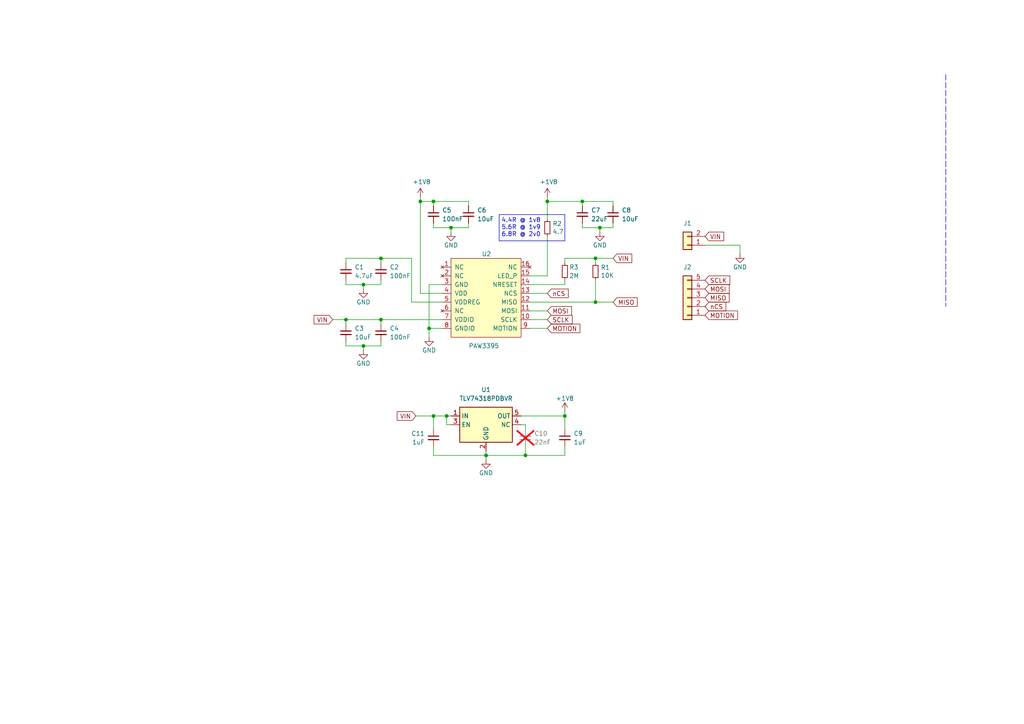
<source format=kicad_sch>
(kicad_sch (version 20231120) (generator "eeschema") (generator_version "8.0")
  (paper "A4")
  (lib_symbols
    (symbol "Connector_Generic:Conn_01x02" (pin_names (offset 1.016) hide)
      (property "Reference" "J" (at 0 2.54 0))
      (property "Value" "Conn_01x02" (at 0 -5.08 0))
      (symbol "Conn_01x02_1_1"
        (rectangle (start -1.27 -2.413) (end 0 -2.667) (stroke (width 0.1524)))
        (rectangle (start -1.27 0.127) (end 0 -0.127) (stroke (width 0.1524)))
        (rectangle (start -1.27 1.27) (end 1.27 -3.81) (stroke (width 0.254)) (fill (type background)))
        (pin passive line (at -5.08 0 0) (length 3.81) (name "Pin_1") (number "1"))
        (pin passive line (at -5.08 -2.54 0) (length 3.81) (name "Pin_2") (number "2"))
      )
    )
    (symbol "Connector_Generic:Conn_01x05" (pin_names (offset 1.016) hide)
      (property "Reference" "J" (at 0 7.62 0))
      (property "Value" "Conn_01x05" (at 0 -7.62 0))
      (symbol "Conn_01x05_1_1"
        (rectangle (start -1.27 -4.953) (end 0 -5.207) (stroke (width 0.1524)))
        (rectangle (start -1.27 -2.413) (end 0 -2.667) (stroke (width 0.1524)))
        (rectangle (start -1.27 0.127) (end 0 -0.127) (stroke (width 0.1524)))
        (rectangle (start -1.27 2.667) (end 0 2.413) (stroke (width 0.1524)))
        (rectangle (start -1.27 5.207) (end 0 4.953) (stroke (width 0.1524)))
        (rectangle (start -1.27 6.35) (end 1.27 -6.35) (stroke (width 0.254)) (fill (type background)))
        (pin passive line (at -5.08 5.08 0) (length 3.81) (name "Pin_1") (number "1"))
        (pin passive line (at -5.08 2.54 0) (length 3.81) (name "Pin_2") (number "2"))
        (pin passive line (at -5.08 0 0) (length 3.81) (name "Pin_3") (number "3"))
        (pin passive line (at -5.08 -2.54 0) (length 3.81) (name "Pin_4") (number "4"))
        (pin passive line (at -5.08 -5.08 0) (length 3.81) (name "Pin_5") (number "5"))
      )
    )
    (symbol "Device:C_Small" (pin_numbers hide) (pin_names (offset 0.254) hide)
      (property "Reference" "C" (at 0.254 1.778 0))
      (property "Value" "C_Small" (at 0.254 -2.032 0))
      (symbol "C_Small_0_1"
        (polyline (pts (xy -1.524 -0.508) (xy 1.524 -0.508)) (stroke (width 0.3302)))
        (polyline (pts (xy -1.524 0.508) (xy 1.524 0.508)) (stroke (width 0.3048)))
      )
      (symbol "C_Small_1_1"
        (pin passive line (at 0 2.54 270) (length 2.032) (name "~") (number "1"))
        (pin passive line (at 0 -2.54 90) (length 2.032) (name "~") (number "2"))
      )
    )
    (symbol "Device:R_Small" (pin_numbers hide) (pin_names (offset 0.254) hide)
      (property "Reference" "R" (at 0.762 0.508 0))
      (property "Value" "R_Small" (at 0.762 -1.016 0))
      (symbol "R_Small_0_1"
        (rectangle (start -0.762 1.778) (end 0.762 -1.778) (stroke (width 0.2032)))
      )
      (symbol "R_Small_1_1"
        (pin passive line (at 0 2.54 270) (length 0.762) (name "~") (number "1"))
        (pin passive line (at 0 -2.54 90) (length 0.762) (name "~") (number "2"))
      )
    )
    (symbol "mysymbol:PAW3395" (pin_names (offset 1.016))
      (property "Reference" "U?" (at -1.27 17.78 0))
      (property "Value" "PAW3395" (at 10.16 -12.7 0))
      (symbol "PAW3395_0_0"
        (pin no_connect line (at -12.7 10.16 0) (length 2.54) (name "NC") (number "1"))
        (pin unspecified line (at 12.7 -5.08 180) (length 2.54) (name "SCLK") (number "10"))
        (pin unspecified line (at 12.7 -2.54 180) (length 2.54) (name "MOSI") (number "11"))
        (pin unspecified line (at 12.7 0 180) (length 2.54) (name "MISO") (number "12"))
        (pin unspecified line (at 12.7 2.54 180) (length 2.54) (name "NCS") (number "13"))
        (pin unspecified line (at 12.7 5.08 180) (length 2.54) (name "NRESET") (number "14"))
        (pin unspecified line (at 12.7 7.62 180) (length 2.54) (name "LED_P") (number "15"))
        (pin no_connect line (at 12.7 10.16 180) (length 2.54) (name "NC") (number "16"))
        (pin no_connect line (at -12.7 7.62 0) (length 2.54) (name "NC") (number "2"))
        (pin unspecified line (at -12.7 5.08 0) (length 2.54) (name "GND") (number "3"))
        (pin unspecified line (at -12.7 2.54 0) (length 2.54) (name "VDD") (number "4"))
        (pin unspecified line (at -12.7 0 0) (length 2.54) (name "VDDREG") (number "5"))
        (pin no_connect line (at -12.7 -2.54 0) (length 2.54) (name "NC") (number "6"))
        (pin unspecified line (at -12.7 -5.08 0) (length 2.54) (name "VDDIO") (number "7"))
        (pin unspecified line (at -12.7 -7.62 0) (length 2.54) (name "GNDIO") (number "8"))
        (pin unspecified line (at 12.7 -7.62 180) (length 2.54) (name "MOTION") (number "9"))
      )
      (symbol "PAW3395_0_1"
        (rectangle (start -10.16 12.7) (end 10.16 -10.16) (fill (type background)))
      )
    )
    (symbol "pmw3610_pcb:TLV74318PDBVR"
      (property "Reference" "U" (at 0 8.89 0))
      (property "Value" "TLV74318PDBVR" (at 0 6.35 0))
      (symbol "TLV74318PDBVR_0_1"
        (rectangle (start -7.62 5.08) (end 7.62 -5.08) (stroke (width 0.254)) (fill (type background)))
      )
      (symbol "TLV74318PDBVR_1_1"
        (pin power_in line (at -10.16 2.54 0) (length 2.54) (name "IN") (number "1"))
        (pin power_in line (at 0 -7.62 90) (length 2.54) (name "GND") (number "2"))
        (pin input line (at -10.16 0 0) (length 2.54) (name "EN") (number "3"))
        (pin output line (at 10.16 0 180) (length 2.54) (name "NC") (number "4"))
        (pin power_out line (at 10.16 2.54 180) (length 2.54) (name "OUT") (number "5"))
      )
    )
    (symbol "power:+1V8" (power) (pin_names (offset 0))
      (property "Value" "+1V8" (at 0 3.556 0))
      (symbol "+1V8_0_1"
        (polyline (pts (xy -0.762 1.27) (xy 0 2.54)))
        (polyline (pts (xy 0 0) (xy 0 2.54)))
        (polyline (pts (xy 0 2.54) (xy 0.762 1.27)))
      )
      (symbol "+1V8_1_1"
        (pin power_in line (at 0 0 90) (length 0) hide (name "+1V8") (number "1"))
      )
    )
    (symbol "power:GND" (power) (pin_names (offset 0))
      (property "Value" "GND" (at 0 -3.81 0))
      (symbol "GND_0_1"
        (polyline (pts (xy 0 0) (xy 0 -1.27) (xy 1.27 -1.27) (xy 0 -2.54) (xy -1.27 -1.27) (xy 0 -1.27)))
      )
      (symbol "GND_1_1"
        (pin power_in line (at 0 0 270) (length 0) hide (name "GND") (number "1"))
      )
    )
  )
  (junction (at 105.41 82.55))
  (junction (at 168.91 58.42))
  (junction (at 130.81 66.04))
  (junction (at 172.72 87.63))
  (junction (at 172.72 74.93))
  (junction (at 163.83 120.65))
  (junction (at 140.97 132.08))
  (junction (at 129.54 120.65))
  (junction (at 158.75 58.42))
  (junction (at 152.4 132.08))
  (junction (at 105.41 100.33))
  (junction (at 125.73 58.42))
  (junction (at 110.49 74.93))
  (junction (at 121.92 58.42))
  (junction (at 124.46 95.25))
  (junction (at 100.33 92.71))
  (junction (at 125.73 120.65))
  (junction (at 110.49 92.71))
  (junction (at 173.99 66.04))
  (wire (pts (xy 124.46 95.25) (xy 128.27 95.25)))
  (wire (pts (xy 168.91 58.42) (xy 177.8 58.42)))
  (wire (pts (xy 158.75 90.17) (xy 153.67 90.17)))
  (wire (pts (xy 100.33 92.71) (xy 110.49 92.71)))
  (wire (pts (xy 125.73 66.04) (xy 130.81 66.04)))
  (wire (pts (xy 100.33 100.33) (xy 105.41 100.33)))
  (wire (pts (xy 172.72 76.2) (xy 172.72 74.93)))
  (wire (pts (xy 168.91 58.42) (xy 168.91 59.69)))
  (wire (pts (xy 100.33 82.55) (xy 105.41 82.55)))
  (wire (pts (xy 125.73 129.54) (xy 125.73 132.08)))
  (wire (pts (xy 128.27 85.09) (xy 121.92 85.09)))
  (wire (pts (xy 153.67 82.55) (xy 163.83 82.55)))
  (wire (pts (xy 125.73 120.65) (xy 125.73 124.46)))
  (wire (pts (xy 105.41 100.33) (xy 105.41 101.6)))
  (wire (pts (xy 140.97 132.08) (xy 152.4 132.08)))
  (wire (pts (xy 158.75 58.42) (xy 158.75 63.5)))
  (wire (pts (xy 96.52 92.71) (xy 100.33 92.71)))
  (wire (pts (xy 158.75 85.09) (xy 153.67 85.09)))
  (wire (pts (xy 110.49 81.28) (xy 110.49 82.55)))
  (wire (pts (xy 158.75 57.15) (xy 158.75 58.42)))
  (wire (pts (xy 177.8 64.77) (xy 177.8 66.04)))
  (wire (pts (xy 125.73 132.08) (xy 140.97 132.08)))
  (wire (pts (xy 125.73 58.42) (xy 135.89 58.42)))
  (wire (pts (xy 153.67 80.01) (xy 158.75 80.01)))
  (wire (pts (xy 100.33 81.28) (xy 100.33 82.55)))
  (wire (pts (xy 214.63 71.12) (xy 214.63 73.66)))
  (wire (pts (xy 129.54 120.65) (xy 129.54 123.19)))
  (wire (pts (xy 100.33 74.93) (xy 100.33 76.2)))
  (wire (pts (xy 151.13 120.65) (xy 163.83 120.65)))
  (wire (pts (xy 152.4 124.46) (xy 152.4 123.19)))
  (wire (pts (xy 152.4 132.08) (xy 163.83 132.08)))
  (wire (pts (xy 214.63 71.12) (xy 204.47 71.12)))
  (wire (pts (xy 163.83 129.54) (xy 163.83 132.08)))
  (wire (pts (xy 163.83 119.38) (xy 163.83 120.65)))
  (wire (pts (xy 121.92 58.42) (xy 125.73 58.42)))
  (wire (pts (xy 124.46 97.79) (xy 124.46 95.25)))
  (wire (pts (xy 120.65 120.65) (xy 125.73 120.65)))
  (wire (pts (xy 125.73 66.04) (xy 125.73 64.77)))
  (wire (pts (xy 168.91 66.04) (xy 173.99 66.04)))
  (wire (pts (xy 121.92 58.42) (xy 121.92 85.09)))
  (wire (pts (xy 158.75 80.01) (xy 158.75 68.58)))
  (wire (pts (xy 172.72 81.28) (xy 172.72 87.63)))
  (wire (pts (xy 158.75 92.71) (xy 153.67 92.71)))
  (wire (pts (xy 110.49 93.98) (xy 110.49 92.71)))
  (wire (pts (xy 105.41 100.33) (xy 110.49 100.33)))
  (wire (pts (xy 172.72 74.93) (xy 177.8 74.93)))
  (wire (pts (xy 130.81 123.19) (xy 129.54 123.19)))
  (wire (pts (xy 100.33 99.06) (xy 100.33 100.33)))
  (wire (pts (xy 130.81 120.65) (xy 129.54 120.65)))
  (wire (pts (xy 128.27 87.63) (xy 119.38 87.63)))
  (wire (pts (xy 173.99 66.04) (xy 177.8 66.04)))
  (wire (pts (xy 168.91 64.77) (xy 168.91 66.04)))
  (wire (pts (xy 140.97 130.81) (xy 140.97 132.08)))
  (wire (pts (xy 130.81 66.04) (xy 135.89 66.04)))
  (wire (pts (xy 125.73 58.42) (xy 125.73 59.69)))
  (wire (pts (xy 163.83 124.46) (xy 163.83 120.65)))
  (wire (pts (xy 110.49 82.55) (xy 105.41 82.55)))
  (polyline (pts (xy 274.32 21.59) (xy 274.32 88.9)) (stroke (width 0) (type dash)))
  (wire (pts (xy 152.4 129.54) (xy 152.4 132.08)))
  (wire (pts (xy 135.89 58.42) (xy 135.89 59.69)))
  (wire (pts (xy 130.81 67.31) (xy 130.81 66.04)))
  (wire (pts (xy 124.46 82.55) (xy 124.46 95.25)))
  (wire (pts (xy 129.54 120.65) (xy 125.73 120.65)))
  (wire (pts (xy 110.49 74.93) (xy 110.49 76.2)))
  (wire (pts (xy 153.67 87.63) (xy 172.72 87.63)))
  (wire (pts (xy 105.41 82.55) (xy 105.41 83.82)))
  (wire (pts (xy 110.49 74.93) (xy 119.38 74.93)))
  (wire (pts (xy 119.38 87.63) (xy 119.38 74.93)))
  (wire (pts (xy 128.27 82.55) (xy 124.46 82.55)))
  (wire (pts (xy 163.83 82.55) (xy 163.83 81.28)))
  (wire (pts (xy 158.75 58.42) (xy 168.91 58.42)))
  (wire (pts (xy 163.83 76.2) (xy 163.83 74.93)))
  (wire (pts (xy 110.49 99.06) (xy 110.49 100.33)))
  (wire (pts (xy 110.49 92.71) (xy 128.27 92.71)))
  (wire (pts (xy 172.72 87.63) (xy 177.8 87.63)))
  (wire (pts (xy 163.83 74.93) (xy 172.72 74.93)))
  (wire (pts (xy 173.99 67.31) (xy 173.99 66.04)))
  (wire (pts (xy 177.8 58.42) (xy 177.8 59.69)))
  (wire (pts (xy 100.33 74.93) (xy 110.49 74.93)))
  (wire (pts (xy 140.97 132.08) (xy 140.97 133.35)))
  (wire (pts (xy 158.75 95.25) (xy 153.67 95.25)))
  (wire (pts (xy 121.92 58.42) (xy 121.92 57.15)))
  (wire (pts (xy 100.33 93.98) (xy 100.33 92.71)))
  (wire (pts (xy 135.89 66.04) (xy 135.89 64.77)))
  (wire (pts (xy 152.4 123.19) (xy 151.13 123.19)))
  (rectangle (start 144.78 62.23) (end 144.78 69.85))
  (rectangle (start 163.83 62.23) (end 163.83 69.85))
  (rectangle (start 144.78 62.23) (end 163.83 62.23))
  (rectangle (start 144.78 69.85) (end 163.83 69.85))
  (text "4.4R @ 1v8\n5.6R @ 1v9\n6.8R @ 2v0" (at 151.13 66.04 0) (effects (font (size 1.27 1.27))))
  (global_label "VIN" (shape input) (at 120.65 120.65 180) (property "Intersheetrefs" "${INTERSHEET_REFS}" (effects (hide yes))))
  (global_label "MISO" (shape input) (at 204.47 86.36 0) (property "Intersheetrefs" "${INTERSHEET_REFS}" (effects (hide yes))))
  (global_label "SCLK" (shape input) (at 204.47 81.28 0) (property "Intersheetrefs" "${INTERSHEET_REFS}" (effects (hide yes))))
  (global_label "SCLK" (shape input) (at 158.75 92.71 0) (property "Intersheetrefs" "${INTERSHEET_REFS}" (effects (hide yes))))
  (global_label "nCS" (shape input) (at 158.75 85.09 0) (property "Intersheetrefs" "${INTERSHEET_REFS}" (effects (hide yes))))
  (global_label "nCS" (shape input) (at 204.47 88.9 0) (property "Intersheetrefs" "${INTERSHEET_REFS}" (effects (hide yes))))
  (global_label "MOTION" (shape input) (at 158.75 95.25 0) (property "Intersheetrefs" "${INTERSHEET_REFS}" (effects (hide yes))))
  (global_label "VIN" (shape input) (at 177.8 74.93 0) (property "Intersheetrefs" "${INTERSHEET_REFS}" (effects (hide yes))))
  (global_label "MOTION" (shape input) (at 204.47 91.44 0) (property "Intersheetrefs" "${INTERSHEET_REFS}" (effects (hide yes))))
  (global_label "MOSI" (shape input) (at 204.47 83.82 0) (property "Intersheetrefs" "${INTERSHEET_REFS}" (effects (hide yes))))
  (global_label "MOSI" (shape input) (at 158.75 90.17 0) (property "Intersheetrefs" "${INTERSHEET_REFS}" (effects (hide yes))))
  (global_label "VIN" (shape input) (at 96.52 92.71 180) (property "Intersheetrefs" "${INTERSHEET_REFS}" (effects (hide yes))))
  (global_label "MISO" (shape input) (at 177.8 87.63 0) (property "Intersheetrefs" "${INTERSHEET_REFS}" (effects (hide yes))))
  (global_label "VIN" (shape input) (at 204.47 68.58 0) (property "Intersheetrefs" "${INTERSHEET_REFS}" (effects (hide yes))))
  (symbol (lib_id "Device:C_Small") (at 100.33 78.74 0) (unit 1)
    (property "Reference" "C1" (at 102.87 77.4762 0) (effects (justify left)))
    (property "Value" "4.7uF" (at 102.87 80.0162 0) (effects (justify left)))
    (property "Footprint" "Capacitor_SMD:C_0603_1608Metric" (effects (hide yes)))
  )
  (symbol (lib_id "pmw3610_pcb:TLV74318PDBVR") (at 140.97 123.19 0) (unit 1)
    (property "Reference" "U1" (at 140.97 113.03 0))
    (property "Value" "TLV74318PDBVR" (at 140.97 115.57 0))
    (property "Footprint" "Package_TO_SOT_SMD:SOT-23-5_HandSoldering" (effects (hide yes)))
  )
  (symbol (lib_id "power:+1V8") (at 158.75 57.15 0) (unit 1)
    (property "Reference" "#PWR02" (effects (hide yes)))
    (property "Value" "+1V8" (at 159.131 52.7558 0))
  )
  (symbol (lib_id "power:GND") (at 105.41 101.6 0) (unit 1)
    (property "Reference" "#PWR018" (effects (hide yes)))
    (property "Value" "GND" (at 105.41 105.41 0))
  )
  (symbol (lib_id "Device:C_Small") (at 110.49 96.52 0) (unit 1)
    (property "Reference" "C4" (at 113.03 95.2562 0) (effects (justify left)))
    (property "Value" "100nF" (at 113.03 97.7962 0) (effects (justify left)))
    (property "Footprint" "Capacitor_SMD:C_0603_1608Metric" (effects (hide yes)))
  )
  (symbol (lib_id "Device:C_Small") (at 163.83 127 0) (unit 1)
    (property "Reference" "C9" (at 166.37 125.7363 0) (effects (justify left)))
    (property "Value" "1uF" (at 166.37 128.2763 0) (effects (justify left)))
    (property "Footprint" "Capacitor_SMD:C_0603_1608Metric" (effects (hide yes)))
  )
  (symbol (lib_id "Connector_Generic:Conn_01x02") (at 199.39 71.12 180) (unit 1)
    (property "Reference" "J1" (at 199.39 64.77 0))
    (property "Value" "Conn_01x02" (effects (hide yes)))
    (property "Footprint" "Connector_PinHeader_2.54mm:PinHeader_1x02_P2.54mm_Vertical" (effects (hide yes)))
    (property "Description" "Generic connector, single row, 01x02, script generated (kicad-library-utils/schlib/autogen/connector/)" (effects (hide yes)))
  )
  (symbol (lib_id "power:+1V8") (at 163.83 119.38 0) (unit 1)
    (property "Reference" "#PWR010" (effects (hide yes)))
    (property "Value" "+1V8" (at 163.83 115.57 0))
  )
  (symbol (lib_id "Connector_Generic:Conn_01x05") (at 199.39 86.36 180) (unit 1)
    (property "Reference" "J2" (at 199.39 77.47 0))
    (property "Value" "Conn_01x05" (effects (hide yes)))
    (property "Footprint" "Connector_PinHeader_2.54mm:PinHeader_1x05_P2.54mm_Vertical" (effects (hide yes)))
    (property "Description" "Generic connector, single row, 01x05, script generated (kicad-library-utils/schlib/autogen/connector/)" (effects (hide yes)))
  )
  (symbol (lib_id "Device:R_Small") (at 163.83 78.74 0) (unit 1)
    (property "Reference" "R3" (at 165.1 77.47 0) (effects (justify left)))
    (property "Value" "2M" (at 165.1 80.01 0) (effects (justify left)))
    (property "Footprint" "Resistor_SMD:R_0603_1608Metric" (effects (hide yes)))
    (property "LCSC" "C22976" (effects (hide yes)))
  )
  (symbol (lib_id "power:+1V8") (at 121.92 57.15 0) (unit 1)
    (property "Reference" "#PWR01" (effects (hide yes)))
    (property "Value" "+1V8" (at 122.301 52.7558 0))
  )
  (symbol (lib_id "Device:C_Small") (at 125.73 62.23 0) (unit 1)
    (property "Reference" "C5" (at 128.27 60.9662 0) (effects (justify left)))
    (property "Value" "100nF" (at 128.27 63.5062 0) (effects (justify left)))
    (property "Footprint" "Capacitor_SMD:C_0603_1608Metric" (effects (hide yes)))
  )
  (symbol (lib_id "power:GND") (at 140.97 133.35 0) (unit 1)
    (property "Reference" "#PWR04" (effects (hide yes)))
    (property "Value" "GND" (at 140.97 137.16 0))
  )
  (symbol (lib_id "Device:R_Small") (at 172.72 78.74 0) (unit 1)
    (property "Reference" "R1" (at 174.2186 77.5716 0) (effects (justify left)))
    (property "Value" "10K" (at 174.2186 79.883 0) (effects (justify left)))
    (property "Footprint" "Resistor_SMD:R_0603_1608Metric" (effects (hide yes)))
    (property "LCSC" "C25804" (effects (hide yes)))
  )
  (symbol (lib_id "Device:C_Small") (at 177.8 62.23 0) (unit 1)
    (property "Reference" "C8" (at 180.34 60.9662 0) (effects (justify left)))
    (property "Value" "10uF" (at 180.34 63.5062 0) (effects (justify left)))
    (property "Footprint" "Capacitor_SMD:C_0603_1608Metric" (effects (hide yes)))
  )
  (symbol (lib_id "power:GND") (at 173.99 67.31 0) (unit 1)
    (property "Reference" "#PWR05" (effects (hide yes)))
    (property "Value" "GND" (at 173.99 71.12 0))
  )
  (symbol (lib_id "Device:C_Small") (at 110.49 78.74 0) (unit 1)
    (property "Reference" "C2" (at 113.03 77.4762 0) (effects (justify left)))
    (property "Value" "100nF" (at 113.03 80.0162 0) (effects (justify left)))
    (property "Footprint" "Capacitor_SMD:C_0603_1608Metric" (effects (hide yes)))
  )
  (symbol (lib_id "power:GND") (at 124.46 97.79 0) (unit 1)
    (property "Reference" "#PWR017" (effects (hide yes)))
    (property "Value" "GND" (at 124.46 101.6 0))
  )
  (symbol (lib_id "Device:R_Small") (at 158.75 66.04 0) (unit 1)
    (property "Reference" "R2" (at 160.2486 64.8716 0) (effects (justify left)))
    (property "Value" "4.7" (at 160.2486 67.183 0) (effects (justify left)))
    (property "Footprint" "Resistor_SMD:R_0603_1608Metric" (effects (hide yes)))
    (property "LCSC" "C23164" (effects (hide yes)))
  )
  (symbol (lib_id "Device:C_Small") (at 168.91 62.23 0) (unit 1)
    (property "Reference" "C7" (at 171.45 60.9662 0) (effects (justify left)))
    (property "Value" "22uF" (at 171.45 63.5062 0) (effects (justify left)))
    (property "Footprint" "Capacitor_SMD:C_0603_1608Metric" (effects (hide yes)))
  )
  (symbol (lib_id "Device:C_Small") (at 152.4 127 0) (unit 1) (dnp yes)
    (property "Reference" "C10" (at 154.94 125.7363 0) (effects (justify left)))
    (property "Value" "22nF" (at 154.94 128.2763 0) (effects (justify left)))
    (property "Footprint" "Capacitor_SMD:C_0603_1608Metric" (effects (hide yes)))
  )
  (symbol (lib_id "power:GND") (at 214.63 73.66 0) (unit 1)
    (property "Reference" "#PWR03" (effects (hide yes)))
    (property "Value" "GND" (at 214.63 77.47 0))
  )
  (symbol (lib_id "power:GND") (at 130.81 67.31 0) (unit 1)
    (property "Reference" "#PWR06" (effects (hide yes)))
    (property "Value" "GND" (at 130.81 71.12 0))
  )
  (symbol (lib_id "power:GND") (at 105.41 83.82 0) (unit 1)
    (property "Reference" "#PWR012" (effects (hide yes)))
    (property "Value" "GND" (at 105.41 87.63 0))
  )
  (symbol (lib_id "Device:C_Small") (at 100.33 96.52 0) (unit 1)
    (property "Reference" "C3" (at 102.87 95.2562 0) (effects (justify left)))
    (property "Value" "10uF" (at 102.87 97.7962 0) (effects (justify left)))
    (property "Footprint" "Capacitor_SMD:C_0603_1608Metric" (effects (hide yes)))
  )
  (symbol (lib_id "Device:C_Small") (at 135.89 62.23 0) (unit 1)
    (property "Reference" "C6" (at 138.43 60.9662 0) (effects (justify left)))
    (property "Value" "10uF" (at 138.43 63.5062 0) (effects (justify left)))
    (property "Footprint" "Capacitor_SMD:C_0603_1608Metric" (effects (hide yes)))
  )
  (symbol (lib_id "Device:C_Small") (at 125.73 127 0) (mirror y) (unit 1)
    (property "Reference" "C11" (at 123.19 125.7363 0) (effects (justify left)))
    (property "Value" "1uF" (at 123.19 128.2763 0) (effects (justify left)))
    (property "Footprint" "Capacitor_SMD:C_0603_1608Metric" (effects (hide yes)))
  )
  (symbol (lib_id "mysymbol:PAW3395") (at 140.97 87.63 0) (unit 1)
    (property "Reference" "U2" (at 139.7 73.66 0) (effects (justify left)))
    (property "Value" "PAW3395" (at 144.78 100.33 0) (effects (justify right)))
    (property "Footprint" "paw3395_pcb:PAW3395" (effects (hide yes)))
  )
)
</source>
